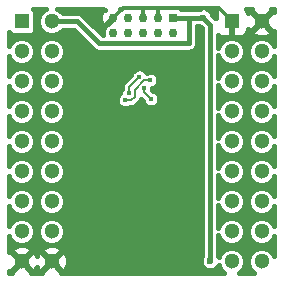
<source format=gbl>
G04 #@! TF.GenerationSoftware,KiCad,Pcbnew,5.0.1-33cea8e~68~ubuntu18.04.1*
G04 #@! TF.CreationDate,2018-11-24T10:27:27+01:00*
G04 #@! TF.ProjectId,LPC82X_JHI33_2layer,4C50433832585F4A484933335F326C61,rev?*
G04 #@! TF.SameCoordinates,Original*
G04 #@! TF.FileFunction,Copper,L2,Bot,Signal*
G04 #@! TF.FilePolarity,Positive*
%FSLAX46Y46*%
G04 Gerber Fmt 4.6, Leading zero omitted, Abs format (unit mm)*
G04 Created by KiCad (PCBNEW 5.0.1-33cea8e~68~ubuntu18.04.1) date za 24 nov 2018 10:27:27 CET*
%MOMM*%
%LPD*%
G01*
G04 APERTURE LIST*
G04 #@! TA.AperFunction,ComponentPad*
%ADD10R,1.300000X1.300000*%
G04 #@! TD*
G04 #@! TA.AperFunction,ComponentPad*
%ADD11C,1.300000*%
G04 #@! TD*
G04 #@! TA.AperFunction,ComponentPad*
%ADD12R,0.750000X0.750000*%
G04 #@! TD*
G04 #@! TA.AperFunction,ComponentPad*
%ADD13C,0.750000*%
G04 #@! TD*
G04 #@! TA.AperFunction,ViaPad*
%ADD14C,0.600000*%
G04 #@! TD*
G04 #@! TA.AperFunction,ViaPad*
%ADD15C,0.750000*%
G04 #@! TD*
G04 #@! TA.AperFunction,ViaPad*
%ADD16C,0.400000*%
G04 #@! TD*
G04 #@! TA.AperFunction,ViaPad*
%ADD17C,0.355600*%
G04 #@! TD*
G04 #@! TA.AperFunction,Conductor*
%ADD18C,0.300000*%
G04 #@! TD*
G04 #@! TA.AperFunction,Conductor*
%ADD19C,0.400000*%
G04 #@! TD*
G04 #@! TA.AperFunction,Conductor*
%ADD20C,0.200000*%
G04 #@! TD*
G04 APERTURE END LIST*
D10*
G04 #@! TO.P,J1,1*
G04 #@! TO.N,VDD*
X78740000Y-96520000D03*
D11*
G04 #@! TO.P,J1,2*
X81280000Y-96520000D03*
G04 #@! TO.P,J1,3*
G04 #@! TO.N,/PIO0_28*
X78740000Y-99060000D03*
G04 #@! TO.P,J1,4*
G04 #@! TO.N,/PIO0_3*
X81280000Y-99060000D03*
G04 #@! TO.P,J1,5*
G04 #@! TO.N,/PIO0_2*
X78740000Y-101600000D03*
G04 #@! TO.P,J1,6*
G04 #@! TO.N,/PIO0_11*
X81280000Y-101600000D03*
G04 #@! TO.P,J1,7*
G04 #@! TO.N,/PIO0_10*
X78740000Y-104140000D03*
G04 #@! TO.P,J1,8*
G04 #@! TO.N,/PIO0_16*
X81280000Y-104140000D03*
G04 #@! TO.P,J1,9*
G04 #@! TO.N,/PIO0_27*
X78740000Y-106680000D03*
G04 #@! TO.P,J1,10*
G04 #@! TO.N,/PIO0_26*
X81280000Y-106680000D03*
G04 #@! TO.P,J1,11*
G04 #@! TO.N,/PIO0_25*
X78740000Y-109220000D03*
G04 #@! TO.P,J1,12*
G04 #@! TO.N,/PIO0_24*
X81280000Y-109220000D03*
G04 #@! TO.P,J1,13*
G04 #@! TO.N,/PIO0_15*
X78740000Y-111760000D03*
G04 #@! TO.P,J1,14*
G04 #@! TO.N,/PIO0_1*
X81280000Y-111760000D03*
G04 #@! TO.P,J1,15*
G04 #@! TO.N,/PIO0_9*
X78740000Y-114300000D03*
G04 #@! TO.P,J1,16*
G04 #@! TO.N,/PIO0_8*
X81280000Y-114300000D03*
G04 #@! TO.P,J1,17*
G04 #@! TO.N,VSS*
X78740000Y-116840000D03*
G04 #@! TO.P,J1,18*
X81280000Y-116840000D03*
G04 #@! TD*
G04 #@! TO.P,J2,18*
G04 #@! TO.N,VDD*
X99060000Y-116840000D03*
G04 #@! TO.P,J2,17*
X96520000Y-116840000D03*
G04 #@! TO.P,J2,16*
G04 #@! TO.N,/PIO0_7*
X99060000Y-114300000D03*
G04 #@! TO.P,J2,15*
G04 #@! TO.N,/PIO0_6*
X96520000Y-114300000D03*
G04 #@! TO.P,J2,14*
G04 #@! TO.N,/PIO0_0*
X99060000Y-111760000D03*
G04 #@! TO.P,J2,13*
G04 #@! TO.N,/PIO0_14*
X96520000Y-111760000D03*
G04 #@! TO.P,J2,12*
G04 #@! TO.N,/PIO0_23*
X99060000Y-109220000D03*
G04 #@! TO.P,J2,11*
G04 #@! TO.N,/PIO0_22*
X96520000Y-109220000D03*
G04 #@! TO.P,J2,10*
G04 #@! TO.N,/PIO0_21*
X99060000Y-106680000D03*
G04 #@! TO.P,J2,9*
G04 #@! TO.N,/PIO0_20*
X96520000Y-106680000D03*
G04 #@! TO.P,J2,8*
G04 #@! TO.N,/PIO0_19*
X99060000Y-104140000D03*
G04 #@! TO.P,J2,7*
G04 #@! TO.N,/PIO0_18*
X96520000Y-104140000D03*
G04 #@! TO.P,J2,6*
G04 #@! TO.N,/PIO0_17*
X99060000Y-101600000D03*
G04 #@! TO.P,J2,5*
G04 #@! TO.N,/PIO0_13*
X96520000Y-101600000D03*
G04 #@! TO.P,J2,4*
G04 #@! TO.N,/PIO0_12*
X99060000Y-99060000D03*
G04 #@! TO.P,J2,3*
G04 #@! TO.N,/PIO0_4*
X96520000Y-99060000D03*
G04 #@! TO.P,J2,2*
G04 #@! TO.N,VSS*
X99060000Y-96520000D03*
D10*
G04 #@! TO.P,J2,1*
X96520000Y-96520000D03*
G04 #@! TD*
D12*
G04 #@! TO.P,J3,1*
G04 #@! TO.N,VDD*
X91540000Y-96215000D03*
D13*
G04 #@! TO.P,J3,2*
G04 #@! TO.N,Net-(J3-Pad2)*
X91540000Y-97485000D03*
G04 #@! TO.P,J3,3*
G04 #@! TO.N,VSS*
X90270000Y-96215000D03*
G04 #@! TO.P,J3,4*
G04 #@! TO.N,Net-(J3-Pad4)*
X90270000Y-97485000D03*
G04 #@! TO.P,J3,5*
G04 #@! TO.N,VSS*
X89000000Y-96215000D03*
G04 #@! TO.P,J3,6*
G04 #@! TO.N,N/C*
X89000000Y-97485000D03*
G04 #@! TO.P,J3,7*
X87730000Y-96215000D03*
G04 #@! TO.P,J3,8*
X87730000Y-97485000D03*
G04 #@! TO.P,J3,9*
G04 #@! TO.N,VSS*
X86460000Y-96215000D03*
G04 #@! TO.P,J3,10*
G04 #@! TO.N,Net-(J3-Pad10)*
X86460000Y-97485000D03*
G04 #@! TD*
D14*
G04 #@! TO.N,VSS*
X83800000Y-98200000D03*
D15*
X88900000Y-106680000D03*
D14*
X89800000Y-116100000D03*
D16*
X84900000Y-112700000D03*
D14*
X93700000Y-100400000D03*
X84700000Y-96500000D03*
X88450000Y-110550000D03*
D16*
X90400000Y-99850000D03*
G04 #@! TO.N,VDD*
X92900000Y-98400000D03*
D14*
X94700000Y-116800000D03*
X94115000Y-96215000D03*
D17*
X85600000Y-98400000D03*
D16*
G04 #@! TO.N,/PIO0_3*
X87800000Y-102600000D03*
X88700000Y-101200000D03*
G04 #@! TO.N,/PIO0_2*
X87500000Y-103200000D03*
X89600000Y-101500000D03*
G04 #@! TO.N,/RESET*
X89700000Y-103100000D03*
X89100000Y-102200000D03*
G04 #@! TD*
D18*
G04 #@! TO.N,VSS*
X86460000Y-96215000D02*
X86460000Y-96090000D01*
X87275000Y-95400000D02*
X86460000Y-96215000D01*
X89000000Y-96215000D02*
X89000000Y-95400000D01*
X89000000Y-95400000D02*
X87275000Y-95400000D01*
X90270000Y-95420000D02*
X90250000Y-95400000D01*
X90270000Y-96215000D02*
X90270000Y-95420000D01*
X90250000Y-95400000D02*
X89000000Y-95400000D01*
X93620000Y-95420000D02*
X90270000Y-95420000D01*
X95420000Y-95420000D02*
X93620000Y-95420000D01*
X96520000Y-96520000D02*
X95420000Y-95420000D01*
D19*
G04 #@! TO.N,VDD*
X92900000Y-98400000D02*
X92900000Y-96850000D01*
X81280000Y-96520000D02*
X83420000Y-96520000D01*
X92265000Y-96215000D02*
X91540000Y-96215000D01*
X83420000Y-96520000D02*
X85300000Y-98400000D01*
X94700000Y-96800000D02*
X94700000Y-116800000D01*
X92900000Y-96850000D02*
X92900000Y-96215000D01*
X92265000Y-96215000D02*
X92900000Y-96215000D01*
X94700000Y-116800000D02*
X94700000Y-116800000D01*
X94115000Y-96215000D02*
X94700000Y-96800000D01*
X92900000Y-96215000D02*
X94115000Y-96215000D01*
X85300000Y-98400000D02*
X85600000Y-98400000D01*
X85600000Y-98400000D02*
X92900000Y-98400000D01*
D20*
G04 #@! TO.N,/PIO0_3*
X87800000Y-102100000D02*
X87800000Y-102600000D01*
X88700000Y-101200000D02*
X87800000Y-102100000D01*
G04 #@! TO.N,/PIO0_2*
X88300000Y-102900000D02*
X88000000Y-103200000D01*
X88300000Y-102300000D02*
X88300000Y-102900000D01*
X89100000Y-101500000D02*
X88300000Y-102300000D01*
X89600000Y-101500000D02*
X89100000Y-101500000D01*
X88000000Y-103200000D02*
X87500000Y-103200000D01*
G04 #@! TO.N,/RESET*
X89100000Y-102500000D02*
X89100000Y-102200000D01*
X89700000Y-103100000D02*
X89100000Y-102500000D01*
G04 #@! TD*
D19*
G04 #@! TO.N,VSS*
G36*
X98245132Y-95628765D02*
X99060000Y-96443632D01*
X99874868Y-95628765D01*
X99848045Y-95475000D01*
X100125000Y-95475000D01*
X100125000Y-95735443D01*
X99951235Y-95705132D01*
X99136368Y-96520000D01*
X99951235Y-97334868D01*
X100125000Y-97304557D01*
X100125000Y-98626042D01*
X100034923Y-98408577D01*
X99711423Y-98085077D01*
X99288749Y-97910000D01*
X98831251Y-97910000D01*
X98408577Y-98085077D01*
X98085077Y-98408577D01*
X97910000Y-98831251D01*
X97910000Y-99288749D01*
X98085077Y-99711423D01*
X98408577Y-100034923D01*
X98831251Y-100210000D01*
X99288749Y-100210000D01*
X99711423Y-100034923D01*
X100034923Y-99711423D01*
X100125000Y-99493958D01*
X100125000Y-101166042D01*
X100034923Y-100948577D01*
X99711423Y-100625077D01*
X99288749Y-100450000D01*
X98831251Y-100450000D01*
X98408577Y-100625077D01*
X98085077Y-100948577D01*
X97910000Y-101371251D01*
X97910000Y-101828749D01*
X98085077Y-102251423D01*
X98408577Y-102574923D01*
X98831251Y-102750000D01*
X99288749Y-102750000D01*
X99711423Y-102574923D01*
X100034923Y-102251423D01*
X100125000Y-102033958D01*
X100125000Y-103706042D01*
X100034923Y-103488577D01*
X99711423Y-103165077D01*
X99288749Y-102990000D01*
X98831251Y-102990000D01*
X98408577Y-103165077D01*
X98085077Y-103488577D01*
X97910000Y-103911251D01*
X97910000Y-104368749D01*
X98085077Y-104791423D01*
X98408577Y-105114923D01*
X98831251Y-105290000D01*
X99288749Y-105290000D01*
X99711423Y-105114923D01*
X100034923Y-104791423D01*
X100125000Y-104573958D01*
X100125000Y-106246044D01*
X100034923Y-106028577D01*
X99711423Y-105705077D01*
X99288749Y-105530000D01*
X98831251Y-105530000D01*
X98408577Y-105705077D01*
X98085077Y-106028577D01*
X97910000Y-106451251D01*
X97910000Y-106908749D01*
X98085077Y-107331423D01*
X98408577Y-107654923D01*
X98831251Y-107830000D01*
X99288749Y-107830000D01*
X99711423Y-107654923D01*
X100034923Y-107331423D01*
X100125001Y-107113956D01*
X100125001Y-108786044D01*
X100034923Y-108568577D01*
X99711423Y-108245077D01*
X99288749Y-108070000D01*
X98831251Y-108070000D01*
X98408577Y-108245077D01*
X98085077Y-108568577D01*
X97910000Y-108991251D01*
X97910000Y-109448749D01*
X98085077Y-109871423D01*
X98408577Y-110194923D01*
X98831251Y-110370000D01*
X99288749Y-110370000D01*
X99711423Y-110194923D01*
X100034923Y-109871423D01*
X100125001Y-109653956D01*
X100125001Y-111326044D01*
X100034923Y-111108577D01*
X99711423Y-110785077D01*
X99288749Y-110610000D01*
X98831251Y-110610000D01*
X98408577Y-110785077D01*
X98085077Y-111108577D01*
X97910000Y-111531251D01*
X97910000Y-111988749D01*
X98085077Y-112411423D01*
X98408577Y-112734923D01*
X98831251Y-112910000D01*
X99288749Y-112910000D01*
X99711423Y-112734923D01*
X100034923Y-112411423D01*
X100125001Y-112193956D01*
X100125001Y-113866044D01*
X100034923Y-113648577D01*
X99711423Y-113325077D01*
X99288749Y-113150000D01*
X98831251Y-113150000D01*
X98408577Y-113325077D01*
X98085077Y-113648577D01*
X97910000Y-114071251D01*
X97910000Y-114528749D01*
X98085077Y-114951423D01*
X98408577Y-115274923D01*
X98831251Y-115450000D01*
X99288749Y-115450000D01*
X99711423Y-115274923D01*
X100034923Y-114951423D01*
X100125001Y-114733955D01*
X100125001Y-116406045D01*
X100034923Y-116188577D01*
X99711423Y-115865077D01*
X99288749Y-115690000D01*
X98831251Y-115690000D01*
X98408577Y-115865077D01*
X98085077Y-116188577D01*
X97910000Y-116611251D01*
X97910000Y-117068749D01*
X98085077Y-117491423D01*
X98408577Y-117814923D01*
X98432905Y-117825000D01*
X97147095Y-117825000D01*
X97171423Y-117814923D01*
X97494923Y-117491423D01*
X97670000Y-117068749D01*
X97670000Y-116611251D01*
X97494923Y-116188577D01*
X97171423Y-115865077D01*
X96748749Y-115690000D01*
X96291251Y-115690000D01*
X95868577Y-115865077D01*
X95545077Y-116188577D01*
X95428866Y-116469137D01*
X95400000Y-116399449D01*
X95400000Y-114601176D01*
X95545077Y-114951423D01*
X95868577Y-115274923D01*
X96291251Y-115450000D01*
X96748749Y-115450000D01*
X97171423Y-115274923D01*
X97494923Y-114951423D01*
X97670000Y-114528749D01*
X97670000Y-114071251D01*
X97494923Y-113648577D01*
X97171423Y-113325077D01*
X96748749Y-113150000D01*
X96291251Y-113150000D01*
X95868577Y-113325077D01*
X95545077Y-113648577D01*
X95400000Y-113998824D01*
X95400000Y-112061176D01*
X95545077Y-112411423D01*
X95868577Y-112734923D01*
X96291251Y-112910000D01*
X96748749Y-112910000D01*
X97171423Y-112734923D01*
X97494923Y-112411423D01*
X97670000Y-111988749D01*
X97670000Y-111531251D01*
X97494923Y-111108577D01*
X97171423Y-110785077D01*
X96748749Y-110610000D01*
X96291251Y-110610000D01*
X95868577Y-110785077D01*
X95545077Y-111108577D01*
X95400000Y-111458824D01*
X95400000Y-109521176D01*
X95545077Y-109871423D01*
X95868577Y-110194923D01*
X96291251Y-110370000D01*
X96748749Y-110370000D01*
X97171423Y-110194923D01*
X97494923Y-109871423D01*
X97670000Y-109448749D01*
X97670000Y-108991251D01*
X97494923Y-108568577D01*
X97171423Y-108245077D01*
X96748749Y-108070000D01*
X96291251Y-108070000D01*
X95868577Y-108245077D01*
X95545077Y-108568577D01*
X95400000Y-108918824D01*
X95400000Y-106981176D01*
X95545077Y-107331423D01*
X95868577Y-107654923D01*
X96291251Y-107830000D01*
X96748749Y-107830000D01*
X97171423Y-107654923D01*
X97494923Y-107331423D01*
X97670000Y-106908749D01*
X97670000Y-106451251D01*
X97494923Y-106028577D01*
X97171423Y-105705077D01*
X96748749Y-105530000D01*
X96291251Y-105530000D01*
X95868577Y-105705077D01*
X95545077Y-106028577D01*
X95400000Y-106378824D01*
X95400000Y-104441176D01*
X95545077Y-104791423D01*
X95868577Y-105114923D01*
X96291251Y-105290000D01*
X96748749Y-105290000D01*
X97171423Y-105114923D01*
X97494923Y-104791423D01*
X97670000Y-104368749D01*
X97670000Y-103911251D01*
X97494923Y-103488577D01*
X97171423Y-103165077D01*
X96748749Y-102990000D01*
X96291251Y-102990000D01*
X95868577Y-103165077D01*
X95545077Y-103488577D01*
X95400000Y-103838824D01*
X95400000Y-101901176D01*
X95545077Y-102251423D01*
X95868577Y-102574923D01*
X96291251Y-102750000D01*
X96748749Y-102750000D01*
X97171423Y-102574923D01*
X97494923Y-102251423D01*
X97670000Y-101828749D01*
X97670000Y-101371251D01*
X97494923Y-100948577D01*
X97171423Y-100625077D01*
X96748749Y-100450000D01*
X96291251Y-100450000D01*
X95868577Y-100625077D01*
X95545077Y-100948577D01*
X95400000Y-101298824D01*
X95400000Y-99361176D01*
X95545077Y-99711423D01*
X95868577Y-100034923D01*
X96291251Y-100210000D01*
X96748749Y-100210000D01*
X97171423Y-100034923D01*
X97494923Y-99711423D01*
X97670000Y-99288749D01*
X97670000Y-98831251D01*
X97494923Y-98408577D01*
X97171423Y-98085077D01*
X96748749Y-97910000D01*
X96291251Y-97910000D01*
X95868577Y-98085077D01*
X95545077Y-98408577D01*
X95400000Y-98758824D01*
X95400000Y-97701263D01*
X95468950Y-97770213D01*
X95729170Y-97878000D01*
X96289000Y-97878000D01*
X96466000Y-97701000D01*
X96466000Y-96574000D01*
X96446000Y-96574000D01*
X96446000Y-96466000D01*
X96466000Y-96466000D01*
X96466000Y-96446000D01*
X96574000Y-96446000D01*
X96574000Y-96466000D01*
X96594000Y-96466000D01*
X96594000Y-96574000D01*
X96574000Y-96574000D01*
X96574000Y-97701000D01*
X96751000Y-97878000D01*
X97310830Y-97878000D01*
X97571050Y-97770213D01*
X97770213Y-97571050D01*
X97836410Y-97411235D01*
X98245132Y-97411235D01*
X98290455Y-97671057D01*
X98789524Y-97877930D01*
X99329770Y-97878071D01*
X99828946Y-97671457D01*
X99829545Y-97671057D01*
X99874868Y-97411235D01*
X99060000Y-96596368D01*
X98245132Y-97411235D01*
X97836410Y-97411235D01*
X97878000Y-97310830D01*
X97878000Y-97215155D01*
X97908543Y-97288946D01*
X97908943Y-97289545D01*
X98168765Y-97334868D01*
X98983632Y-96520000D01*
X98168765Y-95705132D01*
X97908943Y-95750455D01*
X97878000Y-95825103D01*
X97878000Y-95729170D01*
X97772719Y-95475000D01*
X98271955Y-95475000D01*
X98245132Y-95628765D01*
X98245132Y-95628765D01*
G37*
X98245132Y-95628765D02*
X99060000Y-96443632D01*
X99874868Y-95628765D01*
X99848045Y-95475000D01*
X100125000Y-95475000D01*
X100125000Y-95735443D01*
X99951235Y-95705132D01*
X99136368Y-96520000D01*
X99951235Y-97334868D01*
X100125000Y-97304557D01*
X100125000Y-98626042D01*
X100034923Y-98408577D01*
X99711423Y-98085077D01*
X99288749Y-97910000D01*
X98831251Y-97910000D01*
X98408577Y-98085077D01*
X98085077Y-98408577D01*
X97910000Y-98831251D01*
X97910000Y-99288749D01*
X98085077Y-99711423D01*
X98408577Y-100034923D01*
X98831251Y-100210000D01*
X99288749Y-100210000D01*
X99711423Y-100034923D01*
X100034923Y-99711423D01*
X100125000Y-99493958D01*
X100125000Y-101166042D01*
X100034923Y-100948577D01*
X99711423Y-100625077D01*
X99288749Y-100450000D01*
X98831251Y-100450000D01*
X98408577Y-100625077D01*
X98085077Y-100948577D01*
X97910000Y-101371251D01*
X97910000Y-101828749D01*
X98085077Y-102251423D01*
X98408577Y-102574923D01*
X98831251Y-102750000D01*
X99288749Y-102750000D01*
X99711423Y-102574923D01*
X100034923Y-102251423D01*
X100125000Y-102033958D01*
X100125000Y-103706042D01*
X100034923Y-103488577D01*
X99711423Y-103165077D01*
X99288749Y-102990000D01*
X98831251Y-102990000D01*
X98408577Y-103165077D01*
X98085077Y-103488577D01*
X97910000Y-103911251D01*
X97910000Y-104368749D01*
X98085077Y-104791423D01*
X98408577Y-105114923D01*
X98831251Y-105290000D01*
X99288749Y-105290000D01*
X99711423Y-105114923D01*
X100034923Y-104791423D01*
X100125000Y-104573958D01*
X100125000Y-106246044D01*
X100034923Y-106028577D01*
X99711423Y-105705077D01*
X99288749Y-105530000D01*
X98831251Y-105530000D01*
X98408577Y-105705077D01*
X98085077Y-106028577D01*
X97910000Y-106451251D01*
X97910000Y-106908749D01*
X98085077Y-107331423D01*
X98408577Y-107654923D01*
X98831251Y-107830000D01*
X99288749Y-107830000D01*
X99711423Y-107654923D01*
X100034923Y-107331423D01*
X100125001Y-107113956D01*
X100125001Y-108786044D01*
X100034923Y-108568577D01*
X99711423Y-108245077D01*
X99288749Y-108070000D01*
X98831251Y-108070000D01*
X98408577Y-108245077D01*
X98085077Y-108568577D01*
X97910000Y-108991251D01*
X97910000Y-109448749D01*
X98085077Y-109871423D01*
X98408577Y-110194923D01*
X98831251Y-110370000D01*
X99288749Y-110370000D01*
X99711423Y-110194923D01*
X100034923Y-109871423D01*
X100125001Y-109653956D01*
X100125001Y-111326044D01*
X100034923Y-111108577D01*
X99711423Y-110785077D01*
X99288749Y-110610000D01*
X98831251Y-110610000D01*
X98408577Y-110785077D01*
X98085077Y-111108577D01*
X97910000Y-111531251D01*
X97910000Y-111988749D01*
X98085077Y-112411423D01*
X98408577Y-112734923D01*
X98831251Y-112910000D01*
X99288749Y-112910000D01*
X99711423Y-112734923D01*
X100034923Y-112411423D01*
X100125001Y-112193956D01*
X100125001Y-113866044D01*
X100034923Y-113648577D01*
X99711423Y-113325077D01*
X99288749Y-113150000D01*
X98831251Y-113150000D01*
X98408577Y-113325077D01*
X98085077Y-113648577D01*
X97910000Y-114071251D01*
X97910000Y-114528749D01*
X98085077Y-114951423D01*
X98408577Y-115274923D01*
X98831251Y-115450000D01*
X99288749Y-115450000D01*
X99711423Y-115274923D01*
X100034923Y-114951423D01*
X100125001Y-114733955D01*
X100125001Y-116406045D01*
X100034923Y-116188577D01*
X99711423Y-115865077D01*
X99288749Y-115690000D01*
X98831251Y-115690000D01*
X98408577Y-115865077D01*
X98085077Y-116188577D01*
X97910000Y-116611251D01*
X97910000Y-117068749D01*
X98085077Y-117491423D01*
X98408577Y-117814923D01*
X98432905Y-117825000D01*
X97147095Y-117825000D01*
X97171423Y-117814923D01*
X97494923Y-117491423D01*
X97670000Y-117068749D01*
X97670000Y-116611251D01*
X97494923Y-116188577D01*
X97171423Y-115865077D01*
X96748749Y-115690000D01*
X96291251Y-115690000D01*
X95868577Y-115865077D01*
X95545077Y-116188577D01*
X95428866Y-116469137D01*
X95400000Y-116399449D01*
X95400000Y-114601176D01*
X95545077Y-114951423D01*
X95868577Y-115274923D01*
X96291251Y-115450000D01*
X96748749Y-115450000D01*
X97171423Y-115274923D01*
X97494923Y-114951423D01*
X97670000Y-114528749D01*
X97670000Y-114071251D01*
X97494923Y-113648577D01*
X97171423Y-113325077D01*
X96748749Y-113150000D01*
X96291251Y-113150000D01*
X95868577Y-113325077D01*
X95545077Y-113648577D01*
X95400000Y-113998824D01*
X95400000Y-112061176D01*
X95545077Y-112411423D01*
X95868577Y-112734923D01*
X96291251Y-112910000D01*
X96748749Y-112910000D01*
X97171423Y-112734923D01*
X97494923Y-112411423D01*
X97670000Y-111988749D01*
X97670000Y-111531251D01*
X97494923Y-111108577D01*
X97171423Y-110785077D01*
X96748749Y-110610000D01*
X96291251Y-110610000D01*
X95868577Y-110785077D01*
X95545077Y-111108577D01*
X95400000Y-111458824D01*
X95400000Y-109521176D01*
X95545077Y-109871423D01*
X95868577Y-110194923D01*
X96291251Y-110370000D01*
X96748749Y-110370000D01*
X97171423Y-110194923D01*
X97494923Y-109871423D01*
X97670000Y-109448749D01*
X97670000Y-108991251D01*
X97494923Y-108568577D01*
X97171423Y-108245077D01*
X96748749Y-108070000D01*
X96291251Y-108070000D01*
X95868577Y-108245077D01*
X95545077Y-108568577D01*
X95400000Y-108918824D01*
X95400000Y-106981176D01*
X95545077Y-107331423D01*
X95868577Y-107654923D01*
X96291251Y-107830000D01*
X96748749Y-107830000D01*
X97171423Y-107654923D01*
X97494923Y-107331423D01*
X97670000Y-106908749D01*
X97670000Y-106451251D01*
X97494923Y-106028577D01*
X97171423Y-105705077D01*
X96748749Y-105530000D01*
X96291251Y-105530000D01*
X95868577Y-105705077D01*
X95545077Y-106028577D01*
X95400000Y-106378824D01*
X95400000Y-104441176D01*
X95545077Y-104791423D01*
X95868577Y-105114923D01*
X96291251Y-105290000D01*
X96748749Y-105290000D01*
X97171423Y-105114923D01*
X97494923Y-104791423D01*
X97670000Y-104368749D01*
X97670000Y-103911251D01*
X97494923Y-103488577D01*
X97171423Y-103165077D01*
X96748749Y-102990000D01*
X96291251Y-102990000D01*
X95868577Y-103165077D01*
X95545077Y-103488577D01*
X95400000Y-103838824D01*
X95400000Y-101901176D01*
X95545077Y-102251423D01*
X95868577Y-102574923D01*
X96291251Y-102750000D01*
X96748749Y-102750000D01*
X97171423Y-102574923D01*
X97494923Y-102251423D01*
X97670000Y-101828749D01*
X97670000Y-101371251D01*
X97494923Y-100948577D01*
X97171423Y-100625077D01*
X96748749Y-100450000D01*
X96291251Y-100450000D01*
X95868577Y-100625077D01*
X95545077Y-100948577D01*
X95400000Y-101298824D01*
X95400000Y-99361176D01*
X95545077Y-99711423D01*
X95868577Y-100034923D01*
X96291251Y-100210000D01*
X96748749Y-100210000D01*
X97171423Y-100034923D01*
X97494923Y-99711423D01*
X97670000Y-99288749D01*
X97670000Y-98831251D01*
X97494923Y-98408577D01*
X97171423Y-98085077D01*
X96748749Y-97910000D01*
X96291251Y-97910000D01*
X95868577Y-98085077D01*
X95545077Y-98408577D01*
X95400000Y-98758824D01*
X95400000Y-97701263D01*
X95468950Y-97770213D01*
X95729170Y-97878000D01*
X96289000Y-97878000D01*
X96466000Y-97701000D01*
X96466000Y-96574000D01*
X96446000Y-96574000D01*
X96446000Y-96466000D01*
X96466000Y-96466000D01*
X96466000Y-96446000D01*
X96574000Y-96446000D01*
X96574000Y-96466000D01*
X96594000Y-96466000D01*
X96594000Y-96574000D01*
X96574000Y-96574000D01*
X96574000Y-97701000D01*
X96751000Y-97878000D01*
X97310830Y-97878000D01*
X97571050Y-97770213D01*
X97770213Y-97571050D01*
X97836410Y-97411235D01*
X98245132Y-97411235D01*
X98290455Y-97671057D01*
X98789524Y-97877930D01*
X99329770Y-97878071D01*
X99828946Y-97671457D01*
X99829545Y-97671057D01*
X99874868Y-97411235D01*
X99060000Y-96596368D01*
X98245132Y-97411235D01*
X97836410Y-97411235D01*
X97878000Y-97310830D01*
X97878000Y-97215155D01*
X97908543Y-97288946D01*
X97908943Y-97289545D01*
X98168765Y-97334868D01*
X98983632Y-96520000D01*
X98168765Y-95705132D01*
X97908943Y-95750455D01*
X97878000Y-95825103D01*
X97878000Y-95729170D01*
X97772719Y-95475000D01*
X98271955Y-95475000D01*
X98245132Y-95628765D01*
G36*
X80628577Y-95545077D02*
X80305077Y-95868577D01*
X80130000Y-96291251D01*
X80130000Y-96748749D01*
X80305077Y-97171423D01*
X80628577Y-97494923D01*
X81051251Y-97670000D01*
X81508749Y-97670000D01*
X81931423Y-97494923D01*
X82206346Y-97220000D01*
X83130052Y-97220000D01*
X84756279Y-98846229D01*
X84795329Y-98904671D01*
X84853771Y-98943721D01*
X84853772Y-98943722D01*
X84900001Y-98974611D01*
X85026874Y-99059385D01*
X85231060Y-99100000D01*
X85231064Y-99100000D01*
X85299999Y-99113712D01*
X85368934Y-99100000D01*
X92831060Y-99100000D01*
X92900000Y-99113713D01*
X92968940Y-99100000D01*
X93039239Y-99100000D01*
X93104187Y-99073098D01*
X93173126Y-99059385D01*
X93231568Y-99020335D01*
X93296518Y-98993432D01*
X93346229Y-98943721D01*
X93404671Y-98904671D01*
X93443721Y-98846229D01*
X93493432Y-98796518D01*
X93520335Y-98731568D01*
X93559385Y-98673126D01*
X93573098Y-98604187D01*
X93600000Y-98539239D01*
X93600000Y-98468939D01*
X93613713Y-98400000D01*
X93600000Y-98331060D01*
X93600000Y-96915000D01*
X93714449Y-96915000D01*
X93903260Y-96993208D01*
X94000000Y-97089949D01*
X94000001Y-116399447D01*
X93900000Y-116640870D01*
X93900000Y-116959130D01*
X94021793Y-117253164D01*
X94246836Y-117478207D01*
X94540870Y-117600000D01*
X94859130Y-117600000D01*
X95153164Y-117478207D01*
X95378207Y-117253164D01*
X95412297Y-117170863D01*
X95545077Y-117491423D01*
X95868577Y-117814923D01*
X95892905Y-117825000D01*
X82078512Y-117825000D01*
X82094868Y-117731235D01*
X81280000Y-116916368D01*
X80465132Y-117731235D01*
X80481488Y-117825000D01*
X79538512Y-117825000D01*
X79554868Y-117731235D01*
X78740000Y-116916368D01*
X77925132Y-117731235D01*
X77941488Y-117825000D01*
X77675000Y-117825000D01*
X77675000Y-117624557D01*
X77848765Y-117654868D01*
X78663632Y-116840000D01*
X78816368Y-116840000D01*
X79631235Y-117654868D01*
X79891057Y-117609545D01*
X80010011Y-117322575D01*
X80128543Y-117608946D01*
X80128943Y-117609545D01*
X80388765Y-117654868D01*
X81203632Y-116840000D01*
X81356368Y-116840000D01*
X82171235Y-117654868D01*
X82431057Y-117609545D01*
X82637930Y-117110476D01*
X82638071Y-116570230D01*
X82431457Y-116071054D01*
X82431057Y-116070455D01*
X82171235Y-116025132D01*
X81356368Y-116840000D01*
X81203632Y-116840000D01*
X80388765Y-116025132D01*
X80128943Y-116070455D01*
X80009989Y-116357425D01*
X79891457Y-116071054D01*
X79891057Y-116070455D01*
X79631235Y-116025132D01*
X78816368Y-116840000D01*
X78663632Y-116840000D01*
X77848765Y-116025132D01*
X77675000Y-116055443D01*
X77675000Y-115948765D01*
X77925132Y-115948765D01*
X78740000Y-116763632D01*
X79554868Y-115948765D01*
X80465132Y-115948765D01*
X81280000Y-116763632D01*
X82094868Y-115948765D01*
X82049545Y-115688943D01*
X81550476Y-115482070D01*
X81010230Y-115481929D01*
X80511054Y-115688543D01*
X80510455Y-115688943D01*
X80465132Y-115948765D01*
X79554868Y-115948765D01*
X79509545Y-115688943D01*
X79010476Y-115482070D01*
X78470230Y-115481929D01*
X77971054Y-115688543D01*
X77970455Y-115688943D01*
X77925132Y-115948765D01*
X77675000Y-115948765D01*
X77675000Y-114733958D01*
X77765077Y-114951423D01*
X78088577Y-115274923D01*
X78511251Y-115450000D01*
X78968749Y-115450000D01*
X79391423Y-115274923D01*
X79714923Y-114951423D01*
X79890000Y-114528749D01*
X79890000Y-114071251D01*
X80130000Y-114071251D01*
X80130000Y-114528749D01*
X80305077Y-114951423D01*
X80628577Y-115274923D01*
X81051251Y-115450000D01*
X81508749Y-115450000D01*
X81931423Y-115274923D01*
X82254923Y-114951423D01*
X82430000Y-114528749D01*
X82430000Y-114071251D01*
X82254923Y-113648577D01*
X81931423Y-113325077D01*
X81508749Y-113150000D01*
X81051251Y-113150000D01*
X80628577Y-113325077D01*
X80305077Y-113648577D01*
X80130000Y-114071251D01*
X79890000Y-114071251D01*
X79714923Y-113648577D01*
X79391423Y-113325077D01*
X78968749Y-113150000D01*
X78511251Y-113150000D01*
X78088577Y-113325077D01*
X77765077Y-113648577D01*
X77675000Y-113866042D01*
X77675000Y-112193958D01*
X77765077Y-112411423D01*
X78088577Y-112734923D01*
X78511251Y-112910000D01*
X78968749Y-112910000D01*
X79391423Y-112734923D01*
X79714923Y-112411423D01*
X79890000Y-111988749D01*
X79890000Y-111531251D01*
X80130000Y-111531251D01*
X80130000Y-111988749D01*
X80305077Y-112411423D01*
X80628577Y-112734923D01*
X81051251Y-112910000D01*
X81508749Y-112910000D01*
X81931423Y-112734923D01*
X82254923Y-112411423D01*
X82430000Y-111988749D01*
X82430000Y-111531251D01*
X82254923Y-111108577D01*
X81931423Y-110785077D01*
X81508749Y-110610000D01*
X81051251Y-110610000D01*
X80628577Y-110785077D01*
X80305077Y-111108577D01*
X80130000Y-111531251D01*
X79890000Y-111531251D01*
X79714923Y-111108577D01*
X79391423Y-110785077D01*
X78968749Y-110610000D01*
X78511251Y-110610000D01*
X78088577Y-110785077D01*
X77765077Y-111108577D01*
X77675000Y-111326042D01*
X77675000Y-109653958D01*
X77765077Y-109871423D01*
X78088577Y-110194923D01*
X78511251Y-110370000D01*
X78968749Y-110370000D01*
X79391423Y-110194923D01*
X79714923Y-109871423D01*
X79890000Y-109448749D01*
X79890000Y-108991251D01*
X80130000Y-108991251D01*
X80130000Y-109448749D01*
X80305077Y-109871423D01*
X80628577Y-110194923D01*
X81051251Y-110370000D01*
X81508749Y-110370000D01*
X81931423Y-110194923D01*
X82254923Y-109871423D01*
X82430000Y-109448749D01*
X82430000Y-108991251D01*
X82254923Y-108568577D01*
X81931423Y-108245077D01*
X81508749Y-108070000D01*
X81051251Y-108070000D01*
X80628577Y-108245077D01*
X80305077Y-108568577D01*
X80130000Y-108991251D01*
X79890000Y-108991251D01*
X79714923Y-108568577D01*
X79391423Y-108245077D01*
X78968749Y-108070000D01*
X78511251Y-108070000D01*
X78088577Y-108245077D01*
X77765077Y-108568577D01*
X77675000Y-108786042D01*
X77675000Y-107113958D01*
X77765077Y-107331423D01*
X78088577Y-107654923D01*
X78511251Y-107830000D01*
X78968749Y-107830000D01*
X79391423Y-107654923D01*
X79714923Y-107331423D01*
X79890000Y-106908749D01*
X79890000Y-106451251D01*
X80130000Y-106451251D01*
X80130000Y-106908749D01*
X80305077Y-107331423D01*
X80628577Y-107654923D01*
X81051251Y-107830000D01*
X81508749Y-107830000D01*
X81931423Y-107654923D01*
X82254923Y-107331423D01*
X82430000Y-106908749D01*
X82430000Y-106451251D01*
X82254923Y-106028577D01*
X81931423Y-105705077D01*
X81508749Y-105530000D01*
X81051251Y-105530000D01*
X80628577Y-105705077D01*
X80305077Y-106028577D01*
X80130000Y-106451251D01*
X79890000Y-106451251D01*
X79714923Y-106028577D01*
X79391423Y-105705077D01*
X78968749Y-105530000D01*
X78511251Y-105530000D01*
X78088577Y-105705077D01*
X77765077Y-106028577D01*
X77675000Y-106246042D01*
X77675000Y-104573958D01*
X77765077Y-104791423D01*
X78088577Y-105114923D01*
X78511251Y-105290000D01*
X78968749Y-105290000D01*
X79391423Y-105114923D01*
X79714923Y-104791423D01*
X79890000Y-104368749D01*
X79890000Y-103911251D01*
X80130000Y-103911251D01*
X80130000Y-104368749D01*
X80305077Y-104791423D01*
X80628577Y-105114923D01*
X81051251Y-105290000D01*
X81508749Y-105290000D01*
X81931423Y-105114923D01*
X82254923Y-104791423D01*
X82430000Y-104368749D01*
X82430000Y-103911251D01*
X82254923Y-103488577D01*
X81931423Y-103165077D01*
X81679582Y-103060761D01*
X86800000Y-103060761D01*
X86800000Y-103339239D01*
X86906568Y-103596518D01*
X87103482Y-103793432D01*
X87360761Y-103900000D01*
X87639239Y-103900000D01*
X87880661Y-103800000D01*
X87940914Y-103800000D01*
X88000000Y-103811753D01*
X88059086Y-103800000D01*
X88059091Y-103800000D01*
X88234108Y-103765187D01*
X88432575Y-103632575D01*
X88466049Y-103582478D01*
X88682478Y-103366049D01*
X88732575Y-103332575D01*
X88865187Y-103134108D01*
X88868571Y-103117098D01*
X89006568Y-103255095D01*
X89106568Y-103496518D01*
X89303482Y-103693432D01*
X89560761Y-103800000D01*
X89839239Y-103800000D01*
X90096518Y-103693432D01*
X90293432Y-103496518D01*
X90400000Y-103239239D01*
X90400000Y-102960761D01*
X90293432Y-102703482D01*
X90096518Y-102506568D01*
X89855095Y-102406568D01*
X89796417Y-102347889D01*
X89800000Y-102339239D01*
X89800000Y-102174832D01*
X89996518Y-102093432D01*
X90193432Y-101896518D01*
X90300000Y-101639239D01*
X90300000Y-101360761D01*
X90193432Y-101103482D01*
X89996518Y-100906568D01*
X89739239Y-100800000D01*
X89460761Y-100800000D01*
X89316706Y-100859669D01*
X89293432Y-100803482D01*
X89096518Y-100606568D01*
X88839239Y-100500000D01*
X88560761Y-100500000D01*
X88303482Y-100606568D01*
X88106568Y-100803482D01*
X88006568Y-101044904D01*
X87417521Y-101633951D01*
X87367425Y-101667425D01*
X87234813Y-101865893D01*
X87200000Y-102040910D01*
X87200000Y-102040914D01*
X87188247Y-102100000D01*
X87200000Y-102159086D01*
X87200000Y-102219339D01*
X87100000Y-102460761D01*
X87100000Y-102610050D01*
X86906568Y-102803482D01*
X86800000Y-103060761D01*
X81679582Y-103060761D01*
X81508749Y-102990000D01*
X81051251Y-102990000D01*
X80628577Y-103165077D01*
X80305077Y-103488577D01*
X80130000Y-103911251D01*
X79890000Y-103911251D01*
X79714923Y-103488577D01*
X79391423Y-103165077D01*
X78968749Y-102990000D01*
X78511251Y-102990000D01*
X78088577Y-103165077D01*
X77765077Y-103488577D01*
X77675000Y-103706042D01*
X77675000Y-102033958D01*
X77765077Y-102251423D01*
X78088577Y-102574923D01*
X78511251Y-102750000D01*
X78968749Y-102750000D01*
X79391423Y-102574923D01*
X79714923Y-102251423D01*
X79890000Y-101828749D01*
X79890000Y-101371251D01*
X80130000Y-101371251D01*
X80130000Y-101828749D01*
X80305077Y-102251423D01*
X80628577Y-102574923D01*
X81051251Y-102750000D01*
X81508749Y-102750000D01*
X81931423Y-102574923D01*
X82254923Y-102251423D01*
X82430000Y-101828749D01*
X82430000Y-101371251D01*
X82254923Y-100948577D01*
X81931423Y-100625077D01*
X81508749Y-100450000D01*
X81051251Y-100450000D01*
X80628577Y-100625077D01*
X80305077Y-100948577D01*
X80130000Y-101371251D01*
X79890000Y-101371251D01*
X79714923Y-100948577D01*
X79391423Y-100625077D01*
X78968749Y-100450000D01*
X78511251Y-100450000D01*
X78088577Y-100625077D01*
X77765077Y-100948577D01*
X77675000Y-101166042D01*
X77675000Y-99493958D01*
X77765077Y-99711423D01*
X78088577Y-100034923D01*
X78511251Y-100210000D01*
X78968749Y-100210000D01*
X79391423Y-100034923D01*
X79714923Y-99711423D01*
X79890000Y-99288749D01*
X79890000Y-98831251D01*
X80130000Y-98831251D01*
X80130000Y-99288749D01*
X80305077Y-99711423D01*
X80628577Y-100034923D01*
X81051251Y-100210000D01*
X81508749Y-100210000D01*
X81931423Y-100034923D01*
X82254923Y-99711423D01*
X82430000Y-99288749D01*
X82430000Y-98831251D01*
X82254923Y-98408577D01*
X81931423Y-98085077D01*
X81508749Y-97910000D01*
X81051251Y-97910000D01*
X80628577Y-98085077D01*
X80305077Y-98408577D01*
X80130000Y-98831251D01*
X79890000Y-98831251D01*
X79714923Y-98408577D01*
X79391423Y-98085077D01*
X78968749Y-97910000D01*
X78511251Y-97910000D01*
X78088577Y-98085077D01*
X77765077Y-98408577D01*
X77675000Y-98626042D01*
X77675000Y-97448884D01*
X77729520Y-97530480D01*
X77894910Y-97640989D01*
X78090000Y-97679795D01*
X79390000Y-97679795D01*
X79585090Y-97640989D01*
X79750480Y-97530480D01*
X79860989Y-97365090D01*
X79899795Y-97170000D01*
X79899795Y-95870000D01*
X79860989Y-95674910D01*
X79750480Y-95509520D01*
X79698817Y-95475000D01*
X80797758Y-95475000D01*
X80628577Y-95545077D01*
X80628577Y-95545077D01*
G37*
X80628577Y-95545077D02*
X80305077Y-95868577D01*
X80130000Y-96291251D01*
X80130000Y-96748749D01*
X80305077Y-97171423D01*
X80628577Y-97494923D01*
X81051251Y-97670000D01*
X81508749Y-97670000D01*
X81931423Y-97494923D01*
X82206346Y-97220000D01*
X83130052Y-97220000D01*
X84756279Y-98846229D01*
X84795329Y-98904671D01*
X84853771Y-98943721D01*
X84853772Y-98943722D01*
X84900001Y-98974611D01*
X85026874Y-99059385D01*
X85231060Y-99100000D01*
X85231064Y-99100000D01*
X85299999Y-99113712D01*
X85368934Y-99100000D01*
X92831060Y-99100000D01*
X92900000Y-99113713D01*
X92968940Y-99100000D01*
X93039239Y-99100000D01*
X93104187Y-99073098D01*
X93173126Y-99059385D01*
X93231568Y-99020335D01*
X93296518Y-98993432D01*
X93346229Y-98943721D01*
X93404671Y-98904671D01*
X93443721Y-98846229D01*
X93493432Y-98796518D01*
X93520335Y-98731568D01*
X93559385Y-98673126D01*
X93573098Y-98604187D01*
X93600000Y-98539239D01*
X93600000Y-98468939D01*
X93613713Y-98400000D01*
X93600000Y-98331060D01*
X93600000Y-96915000D01*
X93714449Y-96915000D01*
X93903260Y-96993208D01*
X94000000Y-97089949D01*
X94000001Y-116399447D01*
X93900000Y-116640870D01*
X93900000Y-116959130D01*
X94021793Y-117253164D01*
X94246836Y-117478207D01*
X94540870Y-117600000D01*
X94859130Y-117600000D01*
X95153164Y-117478207D01*
X95378207Y-117253164D01*
X95412297Y-117170863D01*
X95545077Y-117491423D01*
X95868577Y-117814923D01*
X95892905Y-117825000D01*
X82078512Y-117825000D01*
X82094868Y-117731235D01*
X81280000Y-116916368D01*
X80465132Y-117731235D01*
X80481488Y-117825000D01*
X79538512Y-117825000D01*
X79554868Y-117731235D01*
X78740000Y-116916368D01*
X77925132Y-117731235D01*
X77941488Y-117825000D01*
X77675000Y-117825000D01*
X77675000Y-117624557D01*
X77848765Y-117654868D01*
X78663632Y-116840000D01*
X78816368Y-116840000D01*
X79631235Y-117654868D01*
X79891057Y-117609545D01*
X80010011Y-117322575D01*
X80128543Y-117608946D01*
X80128943Y-117609545D01*
X80388765Y-117654868D01*
X81203632Y-116840000D01*
X81356368Y-116840000D01*
X82171235Y-117654868D01*
X82431057Y-117609545D01*
X82637930Y-117110476D01*
X82638071Y-116570230D01*
X82431457Y-116071054D01*
X82431057Y-116070455D01*
X82171235Y-116025132D01*
X81356368Y-116840000D01*
X81203632Y-116840000D01*
X80388765Y-116025132D01*
X80128943Y-116070455D01*
X80009989Y-116357425D01*
X79891457Y-116071054D01*
X79891057Y-116070455D01*
X79631235Y-116025132D01*
X78816368Y-116840000D01*
X78663632Y-116840000D01*
X77848765Y-116025132D01*
X77675000Y-116055443D01*
X77675000Y-115948765D01*
X77925132Y-115948765D01*
X78740000Y-116763632D01*
X79554868Y-115948765D01*
X80465132Y-115948765D01*
X81280000Y-116763632D01*
X82094868Y-115948765D01*
X82049545Y-115688943D01*
X81550476Y-115482070D01*
X81010230Y-115481929D01*
X80511054Y-115688543D01*
X80510455Y-115688943D01*
X80465132Y-115948765D01*
X79554868Y-115948765D01*
X79509545Y-115688943D01*
X79010476Y-115482070D01*
X78470230Y-115481929D01*
X77971054Y-115688543D01*
X77970455Y-115688943D01*
X77925132Y-115948765D01*
X77675000Y-115948765D01*
X77675000Y-114733958D01*
X77765077Y-114951423D01*
X78088577Y-115274923D01*
X78511251Y-115450000D01*
X78968749Y-115450000D01*
X79391423Y-115274923D01*
X79714923Y-114951423D01*
X79890000Y-114528749D01*
X79890000Y-114071251D01*
X80130000Y-114071251D01*
X80130000Y-114528749D01*
X80305077Y-114951423D01*
X80628577Y-115274923D01*
X81051251Y-115450000D01*
X81508749Y-115450000D01*
X81931423Y-115274923D01*
X82254923Y-114951423D01*
X82430000Y-114528749D01*
X82430000Y-114071251D01*
X82254923Y-113648577D01*
X81931423Y-113325077D01*
X81508749Y-113150000D01*
X81051251Y-113150000D01*
X80628577Y-113325077D01*
X80305077Y-113648577D01*
X80130000Y-114071251D01*
X79890000Y-114071251D01*
X79714923Y-113648577D01*
X79391423Y-113325077D01*
X78968749Y-113150000D01*
X78511251Y-113150000D01*
X78088577Y-113325077D01*
X77765077Y-113648577D01*
X77675000Y-113866042D01*
X77675000Y-112193958D01*
X77765077Y-112411423D01*
X78088577Y-112734923D01*
X78511251Y-112910000D01*
X78968749Y-112910000D01*
X79391423Y-112734923D01*
X79714923Y-112411423D01*
X79890000Y-111988749D01*
X79890000Y-111531251D01*
X80130000Y-111531251D01*
X80130000Y-111988749D01*
X80305077Y-112411423D01*
X80628577Y-112734923D01*
X81051251Y-112910000D01*
X81508749Y-112910000D01*
X81931423Y-112734923D01*
X82254923Y-112411423D01*
X82430000Y-111988749D01*
X82430000Y-111531251D01*
X82254923Y-111108577D01*
X81931423Y-110785077D01*
X81508749Y-110610000D01*
X81051251Y-110610000D01*
X80628577Y-110785077D01*
X80305077Y-111108577D01*
X80130000Y-111531251D01*
X79890000Y-111531251D01*
X79714923Y-111108577D01*
X79391423Y-110785077D01*
X78968749Y-110610000D01*
X78511251Y-110610000D01*
X78088577Y-110785077D01*
X77765077Y-111108577D01*
X77675000Y-111326042D01*
X77675000Y-109653958D01*
X77765077Y-109871423D01*
X78088577Y-110194923D01*
X78511251Y-110370000D01*
X78968749Y-110370000D01*
X79391423Y-110194923D01*
X79714923Y-109871423D01*
X79890000Y-109448749D01*
X79890000Y-108991251D01*
X80130000Y-108991251D01*
X80130000Y-109448749D01*
X80305077Y-109871423D01*
X80628577Y-110194923D01*
X81051251Y-110370000D01*
X81508749Y-110370000D01*
X81931423Y-110194923D01*
X82254923Y-109871423D01*
X82430000Y-109448749D01*
X82430000Y-108991251D01*
X82254923Y-108568577D01*
X81931423Y-108245077D01*
X81508749Y-108070000D01*
X81051251Y-108070000D01*
X80628577Y-108245077D01*
X80305077Y-108568577D01*
X80130000Y-108991251D01*
X79890000Y-108991251D01*
X79714923Y-108568577D01*
X79391423Y-108245077D01*
X78968749Y-108070000D01*
X78511251Y-108070000D01*
X78088577Y-108245077D01*
X77765077Y-108568577D01*
X77675000Y-108786042D01*
X77675000Y-107113958D01*
X77765077Y-107331423D01*
X78088577Y-107654923D01*
X78511251Y-107830000D01*
X78968749Y-107830000D01*
X79391423Y-107654923D01*
X79714923Y-107331423D01*
X79890000Y-106908749D01*
X79890000Y-106451251D01*
X80130000Y-106451251D01*
X80130000Y-106908749D01*
X80305077Y-107331423D01*
X80628577Y-107654923D01*
X81051251Y-107830000D01*
X81508749Y-107830000D01*
X81931423Y-107654923D01*
X82254923Y-107331423D01*
X82430000Y-106908749D01*
X82430000Y-106451251D01*
X82254923Y-106028577D01*
X81931423Y-105705077D01*
X81508749Y-105530000D01*
X81051251Y-105530000D01*
X80628577Y-105705077D01*
X80305077Y-106028577D01*
X80130000Y-106451251D01*
X79890000Y-106451251D01*
X79714923Y-106028577D01*
X79391423Y-105705077D01*
X78968749Y-105530000D01*
X78511251Y-105530000D01*
X78088577Y-105705077D01*
X77765077Y-106028577D01*
X77675000Y-106246042D01*
X77675000Y-104573958D01*
X77765077Y-104791423D01*
X78088577Y-105114923D01*
X78511251Y-105290000D01*
X78968749Y-105290000D01*
X79391423Y-105114923D01*
X79714923Y-104791423D01*
X79890000Y-104368749D01*
X79890000Y-103911251D01*
X80130000Y-103911251D01*
X80130000Y-104368749D01*
X80305077Y-104791423D01*
X80628577Y-105114923D01*
X81051251Y-105290000D01*
X81508749Y-105290000D01*
X81931423Y-105114923D01*
X82254923Y-104791423D01*
X82430000Y-104368749D01*
X82430000Y-103911251D01*
X82254923Y-103488577D01*
X81931423Y-103165077D01*
X81679582Y-103060761D01*
X86800000Y-103060761D01*
X86800000Y-103339239D01*
X86906568Y-103596518D01*
X87103482Y-103793432D01*
X87360761Y-103900000D01*
X87639239Y-103900000D01*
X87880661Y-103800000D01*
X87940914Y-103800000D01*
X88000000Y-103811753D01*
X88059086Y-103800000D01*
X88059091Y-103800000D01*
X88234108Y-103765187D01*
X88432575Y-103632575D01*
X88466049Y-103582478D01*
X88682478Y-103366049D01*
X88732575Y-103332575D01*
X88865187Y-103134108D01*
X88868571Y-103117098D01*
X89006568Y-103255095D01*
X89106568Y-103496518D01*
X89303482Y-103693432D01*
X89560761Y-103800000D01*
X89839239Y-103800000D01*
X90096518Y-103693432D01*
X90293432Y-103496518D01*
X90400000Y-103239239D01*
X90400000Y-102960761D01*
X90293432Y-102703482D01*
X90096518Y-102506568D01*
X89855095Y-102406568D01*
X89796417Y-102347889D01*
X89800000Y-102339239D01*
X89800000Y-102174832D01*
X89996518Y-102093432D01*
X90193432Y-101896518D01*
X90300000Y-101639239D01*
X90300000Y-101360761D01*
X90193432Y-101103482D01*
X89996518Y-100906568D01*
X89739239Y-100800000D01*
X89460761Y-100800000D01*
X89316706Y-100859669D01*
X89293432Y-100803482D01*
X89096518Y-100606568D01*
X88839239Y-100500000D01*
X88560761Y-100500000D01*
X88303482Y-100606568D01*
X88106568Y-100803482D01*
X88006568Y-101044904D01*
X87417521Y-101633951D01*
X87367425Y-101667425D01*
X87234813Y-101865893D01*
X87200000Y-102040910D01*
X87200000Y-102040914D01*
X87188247Y-102100000D01*
X87200000Y-102159086D01*
X87200000Y-102219339D01*
X87100000Y-102460761D01*
X87100000Y-102610050D01*
X86906568Y-102803482D01*
X86800000Y-103060761D01*
X81679582Y-103060761D01*
X81508749Y-102990000D01*
X81051251Y-102990000D01*
X80628577Y-103165077D01*
X80305077Y-103488577D01*
X80130000Y-103911251D01*
X79890000Y-103911251D01*
X79714923Y-103488577D01*
X79391423Y-103165077D01*
X78968749Y-102990000D01*
X78511251Y-102990000D01*
X78088577Y-103165077D01*
X77765077Y-103488577D01*
X77675000Y-103706042D01*
X77675000Y-102033958D01*
X77765077Y-102251423D01*
X78088577Y-102574923D01*
X78511251Y-102750000D01*
X78968749Y-102750000D01*
X79391423Y-102574923D01*
X79714923Y-102251423D01*
X79890000Y-101828749D01*
X79890000Y-101371251D01*
X80130000Y-101371251D01*
X80130000Y-101828749D01*
X80305077Y-102251423D01*
X80628577Y-102574923D01*
X81051251Y-102750000D01*
X81508749Y-102750000D01*
X81931423Y-102574923D01*
X82254923Y-102251423D01*
X82430000Y-101828749D01*
X82430000Y-101371251D01*
X82254923Y-100948577D01*
X81931423Y-100625077D01*
X81508749Y-100450000D01*
X81051251Y-100450000D01*
X80628577Y-100625077D01*
X80305077Y-100948577D01*
X80130000Y-101371251D01*
X79890000Y-101371251D01*
X79714923Y-100948577D01*
X79391423Y-100625077D01*
X78968749Y-100450000D01*
X78511251Y-100450000D01*
X78088577Y-100625077D01*
X77765077Y-100948577D01*
X77675000Y-101166042D01*
X77675000Y-99493958D01*
X77765077Y-99711423D01*
X78088577Y-100034923D01*
X78511251Y-100210000D01*
X78968749Y-100210000D01*
X79391423Y-100034923D01*
X79714923Y-99711423D01*
X79890000Y-99288749D01*
X79890000Y-98831251D01*
X80130000Y-98831251D01*
X80130000Y-99288749D01*
X80305077Y-99711423D01*
X80628577Y-100034923D01*
X81051251Y-100210000D01*
X81508749Y-100210000D01*
X81931423Y-100034923D01*
X82254923Y-99711423D01*
X82430000Y-99288749D01*
X82430000Y-98831251D01*
X82254923Y-98408577D01*
X81931423Y-98085077D01*
X81508749Y-97910000D01*
X81051251Y-97910000D01*
X80628577Y-98085077D01*
X80305077Y-98408577D01*
X80130000Y-98831251D01*
X79890000Y-98831251D01*
X79714923Y-98408577D01*
X79391423Y-98085077D01*
X78968749Y-97910000D01*
X78511251Y-97910000D01*
X78088577Y-98085077D01*
X77765077Y-98408577D01*
X77675000Y-98626042D01*
X77675000Y-97448884D01*
X77729520Y-97530480D01*
X77894910Y-97640989D01*
X78090000Y-97679795D01*
X79390000Y-97679795D01*
X79585090Y-97640989D01*
X79750480Y-97530480D01*
X79860989Y-97365090D01*
X79899795Y-97170000D01*
X79899795Y-95870000D01*
X79860989Y-95674910D01*
X79750480Y-95509520D01*
X79698817Y-95475000D01*
X80797758Y-95475000D01*
X80628577Y-95545077D01*
G36*
X85643786Y-95475156D02*
X85767285Y-95598655D01*
X85535998Y-95610421D01*
X85374972Y-96010042D01*
X85379130Y-96440866D01*
X85535998Y-96819579D01*
X85767288Y-96831345D01*
X86383632Y-96215000D01*
X86369490Y-96200858D01*
X86445858Y-96124490D01*
X86460000Y-96138632D01*
X86474142Y-96124490D01*
X86550510Y-96200858D01*
X86536368Y-96215000D01*
X86550510Y-96229142D01*
X86474142Y-96305510D01*
X86460000Y-96291368D01*
X86039131Y-96712237D01*
X85964352Y-96743211D01*
X85718211Y-96989352D01*
X85585000Y-97310952D01*
X85585000Y-97659048D01*
X85601963Y-97700000D01*
X85589950Y-97700000D01*
X83963724Y-96073776D01*
X83924671Y-96015329D01*
X83693126Y-95860615D01*
X83488940Y-95820000D01*
X83488935Y-95820000D01*
X83420000Y-95806288D01*
X83351065Y-95820000D01*
X82206346Y-95820000D01*
X81931423Y-95545077D01*
X81762242Y-95475000D01*
X85643942Y-95475000D01*
X85643786Y-95475156D01*
X85643786Y-95475156D01*
G37*
X85643786Y-95475156D02*
X85767285Y-95598655D01*
X85535998Y-95610421D01*
X85374972Y-96010042D01*
X85379130Y-96440866D01*
X85535998Y-96819579D01*
X85767288Y-96831345D01*
X86383632Y-96215000D01*
X86369490Y-96200858D01*
X86445858Y-96124490D01*
X86460000Y-96138632D01*
X86474142Y-96124490D01*
X86550510Y-96200858D01*
X86536368Y-96215000D01*
X86550510Y-96229142D01*
X86474142Y-96305510D01*
X86460000Y-96291368D01*
X86039131Y-96712237D01*
X85964352Y-96743211D01*
X85718211Y-96989352D01*
X85585000Y-97310952D01*
X85585000Y-97659048D01*
X85601963Y-97700000D01*
X85589950Y-97700000D01*
X83963724Y-96073776D01*
X83924671Y-96015329D01*
X83693126Y-95860615D01*
X83488940Y-95820000D01*
X83488935Y-95820000D01*
X83420000Y-95806288D01*
X83351065Y-95820000D01*
X82206346Y-95820000D01*
X81931423Y-95545077D01*
X81762242Y-95475000D01*
X85643942Y-95475000D01*
X85643786Y-95475156D01*
G36*
X89090510Y-96200858D02*
X89076368Y-96215000D01*
X89090510Y-96229142D01*
X89014142Y-96305510D01*
X89000000Y-96291368D01*
X88985858Y-96305510D01*
X88909490Y-96229142D01*
X88923632Y-96215000D01*
X88909490Y-96200858D01*
X88985858Y-96124490D01*
X89000000Y-96138632D01*
X89014142Y-96124490D01*
X89090510Y-96200858D01*
X89090510Y-96200858D01*
G37*
X89090510Y-96200858D02*
X89076368Y-96215000D01*
X89090510Y-96229142D01*
X89014142Y-96305510D01*
X89000000Y-96291368D01*
X88985858Y-96305510D01*
X88909490Y-96229142D01*
X88923632Y-96215000D01*
X88909490Y-96200858D01*
X88985858Y-96124490D01*
X89000000Y-96138632D01*
X89014142Y-96124490D01*
X89090510Y-96200858D01*
G36*
X90360510Y-96200858D02*
X90346368Y-96215000D01*
X90360510Y-96229142D01*
X90284142Y-96305510D01*
X90270000Y-96291368D01*
X90255858Y-96305510D01*
X90179490Y-96229142D01*
X90193632Y-96215000D01*
X90179490Y-96200858D01*
X90255858Y-96124490D01*
X90270000Y-96138632D01*
X90284142Y-96124490D01*
X90360510Y-96200858D01*
X90360510Y-96200858D01*
G37*
X90360510Y-96200858D02*
X90346368Y-96215000D01*
X90360510Y-96229142D01*
X90284142Y-96305510D01*
X90270000Y-96291368D01*
X90255858Y-96305510D01*
X90179490Y-96229142D01*
X90193632Y-96215000D01*
X90179490Y-96200858D01*
X90255858Y-96124490D01*
X90270000Y-96138632D01*
X90284142Y-96124490D01*
X90360510Y-96200858D01*
G36*
X95162000Y-95729170D02*
X95162000Y-96266818D01*
X95146228Y-96256279D01*
X94893208Y-96003260D01*
X94793207Y-95761836D01*
X94568164Y-95536793D01*
X94418983Y-95475000D01*
X95267281Y-95475000D01*
X95162000Y-95729170D01*
X95162000Y-95729170D01*
G37*
X95162000Y-95729170D02*
X95162000Y-96266818D01*
X95146228Y-96256279D01*
X94893208Y-96003260D01*
X94793207Y-95761836D01*
X94568164Y-95536793D01*
X94418983Y-95475000D01*
X95267281Y-95475000D01*
X95162000Y-95729170D01*
G36*
X87076345Y-95522285D02*
X87073939Y-95475000D01*
X87123630Y-95475000D01*
X87076345Y-95522285D01*
X87076345Y-95522285D01*
G37*
X87076345Y-95522285D02*
X87073939Y-95475000D01*
X87123630Y-95475000D01*
X87076345Y-95522285D01*
G36*
X93714449Y-95515000D02*
X92968940Y-95515000D01*
X92900000Y-95501287D01*
X92831060Y-95515000D01*
X92299187Y-95515000D01*
X92275480Y-95479520D01*
X92268715Y-95475000D01*
X93811017Y-95475000D01*
X93714449Y-95515000D01*
X93714449Y-95515000D01*
G37*
X93714449Y-95515000D02*
X92968940Y-95515000D01*
X92900000Y-95501287D01*
X92831060Y-95515000D01*
X92299187Y-95515000D01*
X92275480Y-95479520D01*
X92268715Y-95475000D01*
X93811017Y-95475000D01*
X93714449Y-95515000D01*
G04 #@! TD*
M02*

</source>
